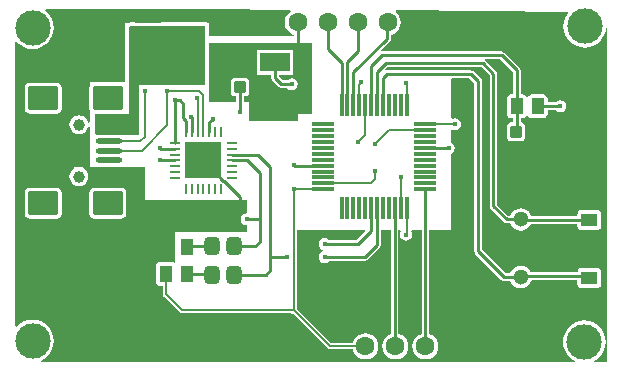
<source format=gtl>
G04*
G04 #@! TF.GenerationSoftware,Altium Limited,Altium Designer,20.2.5 (213)*
G04*
G04 Layer_Physical_Order=1*
G04 Layer_Color=255*
%FSLAX44Y44*%
%MOMM*%
G71*
G04*
G04 #@! TF.SameCoordinates,3C0D8923-7957-4DC4-8908-925B2C91420C*
G04*
G04*
G04 #@! TF.FilePolarity,Positive*
G04*
G01*
G75*
%ADD13C,0.2540*%
G04:AMPARAMS|DCode=14|XSize=0.3mm|YSize=1.9mm|CornerRadius=0.015mm|HoleSize=0mm|Usage=FLASHONLY|Rotation=90.000|XOffset=0mm|YOffset=0mm|HoleType=Round|Shape=RoundedRectangle|*
%AMROUNDEDRECTD14*
21,1,0.3000,1.8700,0,0,90.0*
21,1,0.2700,1.9000,0,0,90.0*
1,1,0.0300,0.9350,0.1350*
1,1,0.0300,0.9350,-0.1350*
1,1,0.0300,-0.9350,-0.1350*
1,1,0.0300,-0.9350,0.1350*
%
%ADD14ROUNDEDRECTD14*%
G04:AMPARAMS|DCode=15|XSize=0.3mm|YSize=1.9mm|CornerRadius=0.015mm|HoleSize=0mm|Usage=FLASHONLY|Rotation=180.000|XOffset=0mm|YOffset=0mm|HoleType=Round|Shape=RoundedRectangle|*
%AMROUNDEDRECTD15*
21,1,0.3000,1.8700,0,0,180.0*
21,1,0.2700,1.9000,0,0,180.0*
1,1,0.0300,-0.1350,0.9350*
1,1,0.0300,0.1350,0.9350*
1,1,0.0300,0.1350,-0.9350*
1,1,0.0300,-0.1350,-0.9350*
%
%ADD15ROUNDEDRECTD15*%
G04:AMPARAMS|DCode=16|XSize=2.5mm|YSize=2mm|CornerRadius=0.1mm|HoleSize=0mm|Usage=FLASHONLY|Rotation=180.000|XOffset=0mm|YOffset=0mm|HoleType=Round|Shape=RoundedRectangle|*
%AMROUNDEDRECTD16*
21,1,2.5000,1.8000,0,0,180.0*
21,1,2.3000,2.0000,0,0,180.0*
1,1,0.2000,-1.1500,0.9000*
1,1,0.2000,1.1500,0.9000*
1,1,0.2000,1.1500,-0.9000*
1,1,0.2000,-1.1500,-0.9000*
%
%ADD16ROUNDEDRECTD16*%
%ADD17O,2.2500X0.5000*%
%ADD18R,0.2540X0.9000*%
%ADD19R,0.9000X0.2540*%
G04:AMPARAMS|DCode=20|XSize=1.1mm|YSize=1.4mm|CornerRadius=0.055mm|HoleSize=0mm|Usage=FLASHONLY|Rotation=90.000|XOffset=0mm|YOffset=0mm|HoleType=Round|Shape=RoundedRectangle|*
%AMROUNDEDRECTD20*
21,1,1.1000,1.2900,0,0,90.0*
21,1,0.9900,1.4000,0,0,90.0*
1,1,0.1100,0.6450,0.4950*
1,1,0.1100,0.6450,-0.4950*
1,1,0.1100,-0.6450,-0.4950*
1,1,0.1100,-0.6450,0.4950*
%
%ADD20ROUNDEDRECTD20*%
G04:AMPARAMS|DCode=21|XSize=1.1mm|YSize=1.4mm|CornerRadius=0.055mm|HoleSize=0mm|Usage=FLASHONLY|Rotation=0.000|XOffset=0mm|YOffset=0mm|HoleType=Round|Shape=RoundedRectangle|*
%AMROUNDEDRECTD21*
21,1,1.1000,1.2900,0,0,0.0*
21,1,0.9900,1.4000,0,0,0.0*
1,1,0.1100,0.4950,-0.6450*
1,1,0.1100,-0.4950,-0.6450*
1,1,0.1100,-0.4950,0.6450*
1,1,0.1100,0.4950,0.6450*
%
%ADD21ROUNDEDRECTD21*%
G04:AMPARAMS|DCode=22|XSize=0.95mm|YSize=0.95mm|CornerRadius=0.0475mm|HoleSize=0mm|Usage=FLASHONLY|Rotation=180.000|XOffset=0mm|YOffset=0mm|HoleType=Round|Shape=RoundedRectangle|*
%AMROUNDEDRECTD22*
21,1,0.9500,0.8550,0,0,180.0*
21,1,0.8550,0.9500,0,0,180.0*
1,1,0.0950,-0.4275,0.4275*
1,1,0.0950,0.4275,0.4275*
1,1,0.0950,0.4275,-0.4275*
1,1,0.0950,-0.4275,-0.4275*
%
%ADD22ROUNDEDRECTD22*%
%ADD23R,2.5000X1.5000*%
G04:AMPARAMS|DCode=24|XSize=1.5mm|YSize=1.3mm|CornerRadius=0.325mm|HoleSize=0mm|Usage=FLASHONLY|Rotation=90.000|XOffset=0mm|YOffset=0mm|HoleType=Round|Shape=RoundedRectangle|*
%AMROUNDEDRECTD24*
21,1,1.5000,0.6500,0,0,90.0*
21,1,0.8500,1.3000,0,0,90.0*
1,1,0.6500,0.3250,0.4250*
1,1,0.6500,0.3250,-0.4250*
1,1,0.6500,-0.3250,-0.4250*
1,1,0.6500,-0.3250,0.4250*
%
%ADD24ROUNDEDRECTD24*%
%ADD41R,3.1000X3.1000*%
%ADD42C,0.1650*%
%ADD43C,1.0000*%
%ADD44C,3.0000*%
%ADD45C,1.6000*%
%ADD46C,1.3000*%
%ADD47C,0.4060*%
G36*
X169940Y290690D02*
X169941Y290690D01*
Y281750D01*
X170000Y281455D01*
Y277784D01*
X169924Y277670D01*
X169691Y276500D01*
Y241000D01*
X138646D01*
X138000Y241129D01*
X137354Y241000D01*
X119646D01*
X119000Y241129D01*
X118354Y241000D01*
X114000D01*
Y236646D01*
X113871Y236000D01*
X114000Y235354D01*
Y198000D01*
X99827D01*
X99496Y198221D01*
X97350Y198648D01*
X79850D01*
X78270Y198333D01*
X77136Y199073D01*
X77000Y199277D01*
Y216000D01*
X105000D01*
Y242216D01*
X105076Y242330D01*
X105309Y243500D01*
Y289483D01*
X106554Y290250D01*
X106562D01*
X106810Y290353D01*
X106855Y290362D01*
X106886Y290374D01*
X107136Y290424D01*
X107349Y290566D01*
X107555Y290651D01*
X108051Y290750D01*
X109449D01*
X110294Y290582D01*
X110350Y290559D01*
X110651Y290559D01*
X110946Y290500D01*
X132554D01*
X132849Y290559D01*
X133150Y290559D01*
X133206Y290582D01*
X134051Y290750D01*
X169640D01*
X169940Y290690D01*
D02*
G37*
G36*
X242091Y304491D02*
X242459Y303218D01*
X240475Y301695D01*
X238711Y299398D01*
X237603Y296722D01*
X237225Y293850D01*
X237603Y290978D01*
X238711Y288302D01*
X240475Y286005D01*
X242773Y284242D01*
X245190Y283240D01*
Y281750D01*
X173000D01*
Y293250D01*
X171600D01*
X171112Y293576D01*
X169941Y293809D01*
X133750D01*
X132579Y293576D01*
X132554Y293559D01*
X110946D01*
X110920Y293576D01*
X109750Y293809D01*
X107750D01*
X106580Y293576D01*
X106259Y293362D01*
X106080Y293326D01*
X105966Y293250D01*
X102250D01*
Y243500D01*
X72000D01*
Y239688D01*
X71772Y238540D01*
Y220540D01*
X72000Y219392D01*
Y208939D01*
X70730Y208855D01*
X70694Y209128D01*
X69888Y211075D01*
X68606Y212746D01*
X66934Y214028D01*
X64988Y214834D01*
X62900Y215109D01*
X60812Y214834D01*
X58865Y214028D01*
X57194Y212746D01*
X55912Y211075D01*
X55106Y209128D01*
X54831Y207040D01*
X55106Y204952D01*
X55912Y203006D01*
X57194Y201334D01*
X58865Y200052D01*
X60812Y199246D01*
X62900Y198971D01*
X64988Y199246D01*
X66934Y200052D01*
X68606Y201334D01*
X69888Y203006D01*
X70694Y204952D01*
X70730Y205225D01*
X72000Y205141D01*
Y171500D01*
X79509D01*
X79850Y171432D01*
X97350D01*
X97691Y171500D01*
X118750D01*
Y143500D01*
X205250D01*
Y132334D01*
X205000Y132128D01*
X203037Y131738D01*
X201374Y130626D01*
X200262Y128963D01*
X199872Y127000D01*
X200262Y125037D01*
X201374Y123374D01*
X203037Y122262D01*
X205000Y121872D01*
X205250Y121666D01*
Y116000D01*
X144500D01*
Y91026D01*
X143230Y90348D01*
X143175Y90384D01*
X141790Y90660D01*
X131890D01*
X130505Y90384D01*
X129331Y89599D01*
X128546Y88425D01*
X128271Y87040D01*
Y74140D01*
X128546Y72755D01*
X129331Y71581D01*
X130505Y70796D01*
X131890Y70521D01*
X134164D01*
Y63410D01*
X134164Y63410D01*
X134368Y62385D01*
X134948Y61517D01*
X148357Y48108D01*
X148357Y48108D01*
X149226Y47527D01*
X150250Y47324D01*
X150250Y47324D01*
X242750D01*
Y47013D01*
X244020Y47195D01*
X273577Y17638D01*
X273577Y17637D01*
X274446Y17057D01*
X275470Y16854D01*
X275470Y16854D01*
X294727D01*
X294753Y16658D01*
X295861Y13982D01*
X297625Y11685D01*
X299923Y9922D01*
X302598Y8813D01*
X305470Y8435D01*
X308342Y8813D01*
X311017Y9922D01*
X313315Y11685D01*
X315079Y13982D01*
X316187Y16658D01*
X316565Y19530D01*
X316187Y22402D01*
X315079Y25078D01*
X313315Y27375D01*
X311017Y29139D01*
X308342Y30247D01*
X305470Y30625D01*
X302598Y30247D01*
X299923Y29139D01*
X297625Y27375D01*
X295861Y25078D01*
X294753Y22402D01*
X294727Y22206D01*
X276579D01*
X247676Y51109D01*
Y118000D01*
X304914D01*
X305400Y116827D01*
X297703Y109130D01*
X274958D01*
X274626Y109627D01*
X272963Y110738D01*
X271000Y111129D01*
X269037Y110738D01*
X267374Y109627D01*
X266262Y107963D01*
X265872Y106000D01*
X266262Y104037D01*
X267374Y102374D01*
X269037Y101262D01*
X269613Y101147D01*
Y99853D01*
X269037Y99738D01*
X267374Y98626D01*
X266262Y96963D01*
X265872Y95000D01*
X266262Y93037D01*
X267374Y91374D01*
X269037Y90262D01*
X271000Y89872D01*
X272963Y90262D01*
X274626Y91374D01*
X274958Y91870D01*
X305000D01*
X305000Y91870D01*
X306198Y92108D01*
X307213Y92787D01*
X317603Y103177D01*
X318282Y104192D01*
X318520Y105390D01*
Y118000D01*
X327260D01*
Y29941D01*
X325322Y29139D01*
X323025Y27375D01*
X321261Y25078D01*
X320153Y22402D01*
X319775Y19530D01*
X320153Y16658D01*
X321261Y13982D01*
X323025Y11685D01*
X325322Y9922D01*
X327998Y8813D01*
X330870Y8435D01*
X333742Y8813D01*
X336418Y9922D01*
X338715Y11685D01*
X340479Y13982D01*
X341587Y16658D01*
X341965Y19530D01*
X341587Y22402D01*
X340479Y25078D01*
X338715Y27375D01*
X336418Y29139D01*
X333742Y30247D01*
X333520Y30276D01*
Y118000D01*
X335096D01*
X335775Y116730D01*
X335262Y115963D01*
X334871Y114000D01*
X335262Y112037D01*
X336374Y110374D01*
X338037Y109262D01*
X340000Y108871D01*
X341963Y109262D01*
X343626Y110374D01*
X344738Y112037D01*
X345129Y114000D01*
X344738Y115963D01*
X344225Y116730D01*
X344904Y118000D01*
X353260D01*
Y30189D01*
X350723Y29139D01*
X348425Y27375D01*
X346661Y25078D01*
X345553Y22402D01*
X345175Y19530D01*
X345553Y16658D01*
X346661Y13982D01*
X348425Y11685D01*
X350723Y9922D01*
X353398Y8813D01*
X356270Y8435D01*
X359142Y8813D01*
X361818Y9922D01*
X364115Y11685D01*
X365878Y13982D01*
X366987Y16658D01*
X367365Y19530D01*
X366987Y22402D01*
X365878Y25078D01*
X364115Y27375D01*
X361818Y29139D01*
X359520Y30090D01*
Y118000D01*
X378250D01*
Y182454D01*
X379626Y183374D01*
X380738Y185037D01*
X381129Y187000D01*
X380738Y188963D01*
X379626Y190626D01*
X378250Y191546D01*
Y202275D01*
X379370Y202874D01*
X379537Y202762D01*
X381500Y202372D01*
X383463Y202762D01*
X385126Y203874D01*
X386238Y205537D01*
X386628Y207500D01*
X386238Y209463D01*
X385126Y211126D01*
X383463Y212238D01*
X381500Y212629D01*
X379537Y212238D01*
X379370Y212126D01*
X378250Y212725D01*
Y245480D01*
X379187Y246500D01*
X380500D01*
X381573Y246855D01*
X381720Y246870D01*
X393703D01*
X397870Y242703D01*
Y100000D01*
X397870Y100000D01*
X398108Y98802D01*
X398787Y97787D01*
X420787Y75787D01*
X420787Y75787D01*
X421802Y75108D01*
X423000Y74870D01*
X428014D01*
X428702Y73209D01*
X430224Y71225D01*
X432209Y69702D01*
X434520Y68745D01*
X437000Y68418D01*
X439480Y68745D01*
X441791Y69702D01*
X443775Y71225D01*
X445298Y73209D01*
X446255Y75520D01*
X446301Y75870D01*
X484930D01*
Y72240D01*
X485206Y70855D01*
X485991Y69681D01*
X487165Y68896D01*
X488550Y68621D01*
X501450D01*
X502835Y68896D01*
X504009Y69681D01*
X504794Y70855D01*
X505070Y72240D01*
Y82140D01*
X504794Y83525D01*
X504009Y84699D01*
X502835Y85484D01*
X501450Y85759D01*
X488550D01*
X487165Y85484D01*
X485991Y84699D01*
X485206Y83525D01*
X484930Y82140D01*
Y82130D01*
X445572D01*
X445298Y82791D01*
X443775Y84775D01*
X441791Y86298D01*
X439480Y87255D01*
X437000Y87582D01*
X434520Y87255D01*
X432209Y86298D01*
X430224Y84775D01*
X428702Y82791D01*
X428014Y81130D01*
X424296D01*
X404130Y101297D01*
Y244000D01*
X404130Y244000D01*
X403892Y245198D01*
X403213Y246213D01*
X397213Y252213D01*
X396198Y252892D01*
X395000Y253130D01*
X395000Y253130D01*
X324000D01*
X324000Y253130D01*
X323192Y252969D01*
X322567Y254140D01*
X324297Y255870D01*
X403703D01*
X410870Y248703D01*
Y138000D01*
X410870Y138000D01*
X411108Y136802D01*
X411787Y135787D01*
X422987Y124587D01*
X424002Y123908D01*
X425200Y123670D01*
X425200Y123670D01*
X428014D01*
X428702Y122009D01*
X430224Y120025D01*
X432209Y118502D01*
X434520Y117545D01*
X437000Y117218D01*
X439480Y117545D01*
X441791Y118502D01*
X443775Y120025D01*
X445298Y122009D01*
X445758Y123120D01*
X484930D01*
Y121300D01*
X485206Y119915D01*
X485991Y118741D01*
X487165Y117956D01*
X488550Y117681D01*
X501450D01*
X502835Y117956D01*
X504009Y118741D01*
X504794Y119915D01*
X505070Y121300D01*
Y131200D01*
X504794Y132585D01*
X504009Y133759D01*
X502835Y134544D01*
X501450Y134819D01*
X488550D01*
X487165Y134544D01*
X485991Y133759D01*
X485206Y132585D01*
X484930Y131200D01*
Y129380D01*
X446214D01*
X445298Y131591D01*
X443775Y133575D01*
X441791Y135098D01*
X439480Y136055D01*
X437000Y136382D01*
X434520Y136055D01*
X432209Y135098D01*
X430224Y133575D01*
X428702Y131591D01*
X428014Y129930D01*
X426497D01*
X417130Y139297D01*
Y250000D01*
X417130Y250000D01*
X416892Y251198D01*
X416213Y252213D01*
X416213Y252213D01*
X407213Y261213D01*
X406770Y261510D01*
X407155Y262780D01*
X419743D01*
X430750Y251773D01*
Y232800D01*
X428930D01*
X427545Y232524D01*
X426371Y231740D01*
X425586Y230565D01*
X425311Y229180D01*
Y216280D01*
X425586Y214895D01*
X426371Y213721D01*
X427545Y212936D01*
X428930Y212661D01*
X430750D01*
Y208958D01*
X428705D01*
X427349Y208688D01*
X426200Y207920D01*
X425432Y206771D01*
X425162Y205415D01*
Y196865D01*
X425432Y195509D01*
X426200Y194360D01*
X427349Y193592D01*
X428705Y193322D01*
X437255D01*
X438611Y193592D01*
X439761Y194360D01*
X440529Y195509D01*
X440798Y196865D01*
Y205415D01*
X440529Y206771D01*
X439761Y207920D01*
X438611Y208688D01*
X437255Y208958D01*
X437010D01*
Y212661D01*
X438830D01*
X440215Y212936D01*
X441389Y213721D01*
X441924Y214521D01*
X442065Y214567D01*
X443194D01*
X443335Y214521D01*
X443870Y213721D01*
X445045Y212936D01*
X446430Y212661D01*
X456330D01*
X457715Y212936D01*
X458889Y213721D01*
X459674Y214895D01*
X459949Y216280D01*
Y219600D01*
X466612D01*
X466944Y219104D01*
X468607Y217992D01*
X470570Y217602D01*
X472533Y217992D01*
X474196Y219104D01*
X475308Y220767D01*
X475699Y222730D01*
X475308Y224693D01*
X474196Y226356D01*
X472533Y227468D01*
X470570Y227859D01*
X468607Y227468D01*
X466944Y226356D01*
X466612Y225860D01*
X459949D01*
Y229180D01*
X459674Y230565D01*
X458889Y231740D01*
X457715Y232524D01*
X456330Y232800D01*
X446430D01*
X445045Y232524D01*
X443870Y231740D01*
X443335Y230939D01*
X443194Y230894D01*
X442065D01*
X441924Y230939D01*
X441389Y231740D01*
X440215Y232524D01*
X438830Y232800D01*
X437010D01*
Y253070D01*
X437010Y253070D01*
X436772Y254268D01*
X436093Y255283D01*
X436093Y255283D01*
X423253Y268123D01*
X422238Y268802D01*
X421040Y269040D01*
X421040Y269040D01*
X319440D01*
X319440Y269040D01*
X319219Y268996D01*
X318593Y270167D01*
X326213Y277787D01*
X326213Y277787D01*
X326892Y278802D01*
X327130Y280000D01*
Y283099D01*
X327392Y283133D01*
X330067Y284242D01*
X332365Y286005D01*
X334128Y288302D01*
X335237Y290978D01*
X335615Y293850D01*
X335237Y296722D01*
X334128Y299398D01*
X332365Y301695D01*
X331234Y302563D01*
X331670Y303830D01*
X476749Y302760D01*
X477287Y301610D01*
X476211Y300299D01*
X474540Y297172D01*
X473511Y293779D01*
X473163Y290250D01*
X473511Y286721D01*
X474540Y283328D01*
X476211Y280201D01*
X478461Y277460D01*
X481201Y275211D01*
X484328Y273540D01*
X487721Y272511D01*
X491250Y272163D01*
X494779Y272511D01*
X498172Y273540D01*
X501299Y275211D01*
X504039Y277460D01*
X506289Y280201D01*
X507960Y283328D01*
X508989Y286721D01*
X509230Y289163D01*
X510500Y289100D01*
Y6000D01*
X499606D01*
X499288Y7270D01*
X501049Y8211D01*
X503789Y10460D01*
X506039Y13201D01*
X507710Y16328D01*
X508740Y19721D01*
X509087Y23250D01*
X508740Y26779D01*
X507710Y30172D01*
X506039Y33299D01*
X503789Y36040D01*
X501049Y38289D01*
X497922Y39960D01*
X494529Y40990D01*
X491000Y41337D01*
X487471Y40990D01*
X484078Y39960D01*
X480951Y38289D01*
X478210Y36040D01*
X475961Y33299D01*
X474290Y30172D01*
X473260Y26779D01*
X472913Y23250D01*
X473260Y19721D01*
X474290Y16328D01*
X475961Y13201D01*
X478210Y10460D01*
X480951Y8211D01*
X482712Y7270D01*
X482394Y6000D01*
X30795D01*
X30607Y7270D01*
X30672Y7290D01*
X33799Y8961D01*
X36539Y11211D01*
X38789Y13951D01*
X40460Y17078D01*
X41490Y20471D01*
X41837Y24000D01*
X41490Y27529D01*
X40460Y30922D01*
X38789Y34049D01*
X36539Y36790D01*
X33799Y39039D01*
X30672Y40710D01*
X27279Y41740D01*
X23750Y42087D01*
X20221Y41740D01*
X16828Y40710D01*
X13701Y39039D01*
X10961Y36790D01*
X10446Y36162D01*
X9250Y36590D01*
Y171500D01*
Y276660D01*
X10446Y277088D01*
X10961Y276460D01*
X13701Y274211D01*
X16828Y272540D01*
X20221Y271511D01*
X23750Y271163D01*
X27279Y271511D01*
X30672Y272540D01*
X33799Y274211D01*
X36539Y276460D01*
X38789Y279201D01*
X40460Y282328D01*
X41490Y285721D01*
X41837Y289250D01*
X41490Y292779D01*
X40460Y296172D01*
X38789Y299299D01*
X36539Y302040D01*
X34488Y303723D01*
X34942Y304993D01*
X173901D01*
D01*
X242091Y304491D01*
D02*
G37*
G36*
X260750Y222000D02*
Y216500D01*
X248750D01*
Y210500D01*
X207000D01*
Y226500D01*
X202630D01*
Y231182D01*
X203775D01*
X205131Y231452D01*
X206280Y232220D01*
X207048Y233369D01*
X207318Y234725D01*
Y243275D01*
X207048Y244631D01*
X206280Y245780D01*
X205131Y246548D01*
X203775Y246818D01*
X195225D01*
X193869Y246548D01*
X192719Y245780D01*
X191952Y244631D01*
X191682Y243275D01*
Y234725D01*
X191952Y233369D01*
X192719Y232220D01*
X193869Y231452D01*
X195225Y231182D01*
X196370D01*
Y226500D01*
X172750D01*
Y276500D01*
X260750D01*
Y222000D01*
D02*
G37*
%LPC*%
G36*
X44350Y242618D02*
X21350D01*
X19789Y242308D01*
X18466Y241424D01*
X17582Y240101D01*
X17272Y238540D01*
Y220540D01*
X17582Y218979D01*
X18466Y217656D01*
X19789Y216772D01*
X21350Y216462D01*
X44350D01*
X45911Y216772D01*
X47234Y217656D01*
X48118Y218979D01*
X48428Y220540D01*
Y238540D01*
X48118Y240101D01*
X47234Y241424D01*
X45911Y242308D01*
X44350Y242618D01*
D02*
G37*
G36*
X66699Y171500D02*
X59101D01*
X59353Y170230D01*
X58865Y170028D01*
X57194Y168746D01*
X55912Y167075D01*
X55106Y165128D01*
X54831Y163040D01*
X55106Y160952D01*
X55912Y159005D01*
X57194Y157334D01*
X58865Y156052D01*
X60812Y155246D01*
X62900Y154971D01*
X64988Y155246D01*
X66934Y156052D01*
X68606Y157334D01*
X69888Y159005D01*
X70694Y160952D01*
X70969Y163040D01*
X70694Y165128D01*
X69888Y167075D01*
X68606Y168746D01*
X66934Y170028D01*
X66447Y170230D01*
X66699Y171500D01*
D02*
G37*
G36*
X98850Y153618D02*
X75850D01*
X74289Y153308D01*
X72966Y152424D01*
X72082Y151101D01*
X71772Y149540D01*
Y131540D01*
X72082Y129979D01*
X72966Y128656D01*
X74289Y127772D01*
X75850Y127462D01*
X98850D01*
X100411Y127772D01*
X101734Y128656D01*
X102618Y129979D01*
X102928Y131540D01*
Y149540D01*
X102618Y151101D01*
X101734Y152424D01*
X100411Y153308D01*
X98850Y153618D01*
D02*
G37*
G36*
X44350D02*
X21350D01*
X19789Y153308D01*
X18466Y152424D01*
X17582Y151101D01*
X17272Y149540D01*
Y131540D01*
X17582Y129979D01*
X18466Y128656D01*
X19789Y127772D01*
X21350Y127462D01*
X44350D01*
X45911Y127772D01*
X47234Y128656D01*
X48118Y129979D01*
X48428Y131540D01*
Y149540D01*
X48118Y151101D01*
X47234Y152424D01*
X45911Y153308D01*
X44350Y153618D01*
D02*
G37*
G36*
X244500Y270500D02*
X213500D01*
Y249500D01*
X225870D01*
Y246750D01*
X225870Y246750D01*
X226069Y245751D01*
X226108Y245552D01*
X226787Y244537D01*
X232037Y239287D01*
X232037Y239287D01*
X233052Y238608D01*
X234250Y238370D01*
X239125D01*
X239624Y237624D01*
X241287Y236512D01*
X243250Y236122D01*
X245213Y236512D01*
X246876Y237624D01*
X247988Y239287D01*
X248379Y241250D01*
X247988Y243213D01*
X246876Y244876D01*
X245213Y245988D01*
X243250Y246379D01*
X241287Y245988D01*
X239624Y244876D01*
X239459Y244630D01*
X235546D01*
X232130Y248047D01*
Y249500D01*
X244500D01*
Y270500D01*
D02*
G37*
%LPD*%
D13*
X330390Y20010D02*
Y136370D01*
X310390Y223370D02*
Y256860D01*
X320390Y223370D02*
Y246390D01*
X290390Y223370D02*
Y260390D01*
X310390Y117390D02*
Y136370D01*
X356390Y187370D02*
X375219D01*
X315390Y223370D02*
Y251390D01*
X285390Y223370D02*
Y259610D01*
X315390Y105390D02*
Y136370D01*
X295390Y223370D02*
Y251390D01*
X246041Y172370D02*
X269390D01*
X356390Y19650D02*
Y152370D01*
X356270Y19530D02*
X356390Y19650D01*
X245411Y173000D02*
X246041Y172370D01*
X245000Y173000D02*
X245411D01*
X324000Y293330D02*
X324520Y293850D01*
X324000Y280000D02*
Y293330D01*
X295390Y251390D02*
X324000Y280000D01*
X305000Y95000D02*
X315390Y105390D01*
X271000Y95000D02*
X305000D01*
X273720Y271280D02*
Y293850D01*
Y271280D02*
X285390Y259610D01*
X425200Y126800D02*
X437000D01*
X414000Y138000D02*
X425200Y126800D01*
X414000Y138000D02*
Y250000D01*
X405000Y259000D02*
X414000Y250000D01*
X323000Y259000D02*
X405000D01*
X315390Y251390D02*
X323000Y259000D01*
X375589Y187000D02*
X376000D01*
X375219Y187370D02*
X375589Y187000D01*
X299000Y106000D02*
X310390Y117390D01*
X271000Y106000D02*
X299000D01*
X299120Y269120D02*
Y293850D01*
X290390Y260390D02*
X299120Y269120D01*
X423000Y78000D02*
X437000D01*
X401000Y100000D02*
X423000Y78000D01*
X401000Y100000D02*
Y244000D01*
X395000Y250000D02*
X401000Y244000D01*
X324000Y250000D02*
X395000D01*
X320390Y246390D02*
X324000Y250000D01*
X433880Y222730D02*
Y253070D01*
X421040Y265910D02*
X433880Y253070D01*
X319440Y265910D02*
X421040D01*
X310390Y256860D02*
X319440Y265910D01*
X330390Y20010D02*
X330870Y19530D01*
X158440Y200770D02*
Y213310D01*
X158250Y213500D02*
X158440Y213310D01*
X144000Y191770D02*
Y227750D01*
X151560Y212355D02*
X153440Y210475D01*
X151560Y212355D02*
Y224940D01*
X153440Y200770D02*
Y210475D01*
X144000Y227750D02*
X148750D01*
X151560Y224940D01*
X144000Y191770D02*
X144440D01*
X176250Y211839D02*
Y212250D01*
X175490Y211079D02*
X176250Y211839D01*
X175490Y211079D02*
Y211079D01*
X173440Y209029D02*
X175490Y211079D01*
X173440Y200770D02*
Y209029D01*
X185210Y159540D02*
X185650D01*
X168440Y176770D02*
X182670Y162540D01*
Y162080D02*
Y162540D01*
Y162080D02*
X185210Y159540D01*
X185650D02*
X199000Y146190D01*
Y141000D02*
Y146190D01*
X88500Y273000D02*
X99750D01*
X88000Y273500D02*
X88500Y273000D01*
X88600Y169040D02*
X113000D01*
Y169000D02*
Y169040D01*
X199500Y217750D02*
Y239000D01*
Y217750D02*
X199750Y217500D01*
X252000Y239000D02*
Y271500D01*
X248320Y275180D02*
Y293850D01*
Y275180D02*
X252000Y271500D01*
X229000Y246750D02*
Y260000D01*
X234250Y241500D02*
X243000D01*
X243250Y241250D01*
X229000Y246750D02*
X234250Y241500D01*
X192440Y181770D02*
X214230D01*
X225000Y171000D01*
X205230Y176770D02*
X216000Y166000D01*
X192440Y176770D02*
X205230D01*
X225000Y96000D02*
Y171000D01*
X216000Y127000D02*
Y166000D01*
X132230Y186770D02*
X144440D01*
X132000Y187000D02*
X132230Y186770D01*
Y176770D02*
X144440D01*
X132000Y177000D02*
X132230Y176770D01*
X154340Y80590D02*
X175151D01*
X175610Y80130D01*
X154951Y104110D02*
X175610D01*
X154490Y103650D02*
X154951Y104110D01*
X216000Y108000D02*
Y127000D01*
X205000D02*
X216000D01*
X225000Y84000D02*
Y96000D01*
X226000Y95000D02*
X239000D01*
X225000Y96000D02*
X226000Y95000D01*
X194610Y80130D02*
X221130D01*
X225000Y84000D01*
X212110Y104110D02*
X216000Y108000D01*
X194610Y104110D02*
X212110D01*
X438000Y79000D02*
X493000D01*
X437000Y78000D02*
X438000Y79000D01*
X494810Y77190D02*
X495000D01*
X493000Y79000D02*
X494810Y77190D01*
X437550Y126250D02*
X495000D01*
X437000Y126800D02*
X437550Y126250D01*
X240000Y231000D02*
X244000D01*
X252000Y239000D01*
X451380Y222730D02*
X470570D01*
X470570Y222730D01*
X433880Y202040D02*
Y222730D01*
X432980Y201140D02*
X433880Y202040D01*
D14*
X356390Y207370D02*
D03*
Y202370D02*
D03*
Y197370D02*
D03*
Y192370D02*
D03*
Y187370D02*
D03*
Y182370D02*
D03*
Y177370D02*
D03*
Y172370D02*
D03*
Y167370D02*
D03*
Y162370D02*
D03*
Y157370D02*
D03*
Y152370D02*
D03*
X269390Y207370D02*
D03*
Y202370D02*
D03*
Y197370D02*
D03*
Y192370D02*
D03*
Y187370D02*
D03*
Y182370D02*
D03*
Y177370D02*
D03*
Y172370D02*
D03*
Y167370D02*
D03*
Y162370D02*
D03*
Y157370D02*
D03*
Y152370D02*
D03*
D15*
X285390Y136370D02*
D03*
X290390D02*
D03*
X295390D02*
D03*
X300390D02*
D03*
X305390D02*
D03*
X310390D02*
D03*
X315390D02*
D03*
X320390D02*
D03*
X325390D02*
D03*
X330390D02*
D03*
X335390D02*
D03*
X340390D02*
D03*
Y223370D02*
D03*
X285390D02*
D03*
X290390D02*
D03*
X295390D02*
D03*
X300390D02*
D03*
X305390D02*
D03*
X310390D02*
D03*
X315390D02*
D03*
X320390D02*
D03*
X325390D02*
D03*
X330390D02*
D03*
X335390D02*
D03*
D16*
X32850Y229540D02*
D03*
X87350D02*
D03*
X32850Y140540D02*
D03*
X87350D02*
D03*
D17*
X88600Y201040D02*
D03*
Y193040D02*
D03*
Y185040D02*
D03*
Y177040D02*
D03*
Y169040D02*
D03*
D18*
X183440Y200770D02*
D03*
X178440D02*
D03*
X173440D02*
D03*
X168440D02*
D03*
X163440D02*
D03*
X158440D02*
D03*
X153440D02*
D03*
Y152770D02*
D03*
X158440D02*
D03*
X163440D02*
D03*
X168440D02*
D03*
X173440D02*
D03*
X178440D02*
D03*
X183440D02*
D03*
D19*
X144440Y191770D02*
D03*
Y186770D02*
D03*
Y181770D02*
D03*
Y176770D02*
D03*
Y171770D02*
D03*
Y166770D02*
D03*
Y161770D02*
D03*
X192440D02*
D03*
Y166770D02*
D03*
Y171770D02*
D03*
Y176770D02*
D03*
Y181770D02*
D03*
Y186770D02*
D03*
Y191770D02*
D03*
D20*
X495000Y77190D02*
D03*
Y59690D02*
D03*
Y143750D02*
D03*
Y126250D02*
D03*
D21*
X451380Y222730D02*
D03*
X433880D02*
D03*
X136991Y103650D02*
D03*
X154490D02*
D03*
X136840Y80590D02*
D03*
X154340D02*
D03*
D22*
X447480Y201140D02*
D03*
X432980D02*
D03*
X199500Y239000D02*
D03*
X185000D02*
D03*
D23*
X229000Y260000D02*
D03*
X195000D02*
D03*
D24*
X194610Y104110D02*
D03*
X175610D02*
D03*
Y80130D02*
D03*
X194610D02*
D03*
D41*
X168440Y176770D02*
D03*
D42*
X340390Y114390D02*
Y136370D01*
X335390D02*
Y162610D01*
X245120Y152370D02*
X269390D01*
X325370Y202370D02*
X356390D01*
X305390Y215370D02*
Y223370D01*
X305000Y214695D02*
X305368Y215063D01*
X305697D01*
X305390Y215370D02*
X305697Y215063D01*
X269390Y157370D02*
X310120D01*
X300250Y223510D02*
X300390Y223370D01*
X340390D02*
Y242610D01*
X356390Y207370D02*
X381370D01*
X381500Y207500D01*
X340250Y242750D02*
X340390Y242610D01*
X302000Y242578D02*
Y243000D01*
X300250Y240828D02*
X302000Y242578D01*
X300250Y223510D02*
Y240828D01*
X314000Y161250D02*
Y168000D01*
X310120Y157370D02*
X314000Y161250D01*
X305000Y198000D02*
Y214695D01*
X299000Y192000D02*
X305000Y198000D01*
X314000Y191000D02*
X325370Y202370D01*
X245000Y152250D02*
X245120Y152370D01*
X340000Y114000D02*
X340390Y114390D01*
X163440Y200770D02*
Y229250D01*
X168440Y200770D02*
Y232060D01*
X88600Y193040D02*
X88640Y193000D01*
X119000Y197000D02*
Y236000D01*
X88640Y193000D02*
X115000D01*
X119000Y197000D01*
X88600Y185040D02*
X116040D01*
X138000Y207000D02*
Y236000D01*
X116040Y185040D02*
X138000Y207000D01*
X163250Y229250D02*
X163440D01*
X138000Y236000D02*
X164500D01*
X168440Y232060D01*
X136840Y63410D02*
Y80590D01*
X150250Y50000D02*
X245000D01*
X136840Y63410D02*
X150250Y50000D01*
X275470Y19530D02*
X305470D01*
X245000Y50000D02*
X275470Y19530D01*
X245000Y50000D02*
Y152250D01*
D43*
X62900Y207040D02*
D03*
Y163040D02*
D03*
D44*
X491250Y290250D02*
D03*
X491000Y23250D02*
D03*
X23750Y24000D02*
D03*
Y289250D02*
D03*
D45*
X222920Y293850D02*
D03*
X299120D02*
D03*
X273720D02*
D03*
X248320D02*
D03*
X324520D02*
D03*
X381670Y19530D02*
D03*
X356270D02*
D03*
X330870D02*
D03*
X305470D02*
D03*
D46*
X437000Y126800D02*
D03*
Y78000D02*
D03*
D47*
X176250Y212250D02*
D03*
X470570Y222730D02*
D03*
X340250Y242750D02*
D03*
X381500Y207500D02*
D03*
X245000Y152250D02*
D03*
X302000Y243000D02*
D03*
X245000Y173000D02*
D03*
X376000Y187000D02*
D03*
X340000Y114000D02*
D03*
X271000Y95000D02*
D03*
X239000D02*
D03*
X271000Y106000D02*
D03*
X205000Y127000D02*
D03*
X132000Y177000D02*
D03*
X314000Y191000D02*
D03*
X335390Y162610D02*
D03*
X314000Y168000D02*
D03*
X299000Y192000D02*
D03*
X138000Y236000D02*
D03*
X199000Y141000D02*
D03*
X132000Y187000D02*
D03*
X216000Y231000D02*
D03*
X224000D02*
D03*
X240000D02*
D03*
X232000D02*
D03*
Y224000D02*
D03*
X224000D02*
D03*
X216000D02*
D03*
X199750Y217500D02*
D03*
X243250Y241250D02*
D03*
X215750Y216250D02*
D03*
X158250Y213500D02*
D03*
X144000Y227750D02*
D03*
X138250Y286750D02*
D03*
X163250Y229250D02*
D03*
X146500Y286329D02*
D03*
X110250Y236000D02*
D03*
X119000D02*
D03*
X113000Y169000D02*
D03*
X43000Y262750D02*
D03*
X50500Y262250D02*
D03*
X57500Y262500D02*
D03*
X65000Y262250D02*
D03*
X88000Y273500D02*
D03*
X99750Y273000D02*
D03*
M02*

</source>
